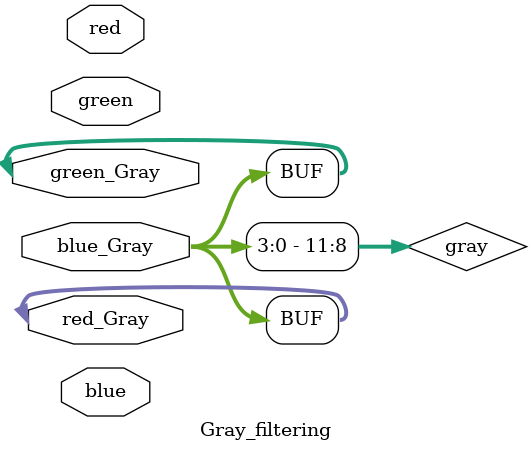
<source format=sv>
`timescale 1ns / 1ps

module Gray_filtering(
    input logic [3:0] red,
    input logic [3:0] green,
    input logic [3:0] blue,
    input logic [3:0] red_Gray,
    input logic [3:0] green_Gray,
    input logic [3:0] blue_Gray
    );
    logic [11:0] gray;

    assign gray = (77*red) + (150*green) + (29*blue);

    assign red_Gray = {gray[11:8]};
    assign green_Gray = {gray[11:8]};
    assign blue_Gray = {gray[11:8]};

endmodule
</source>
